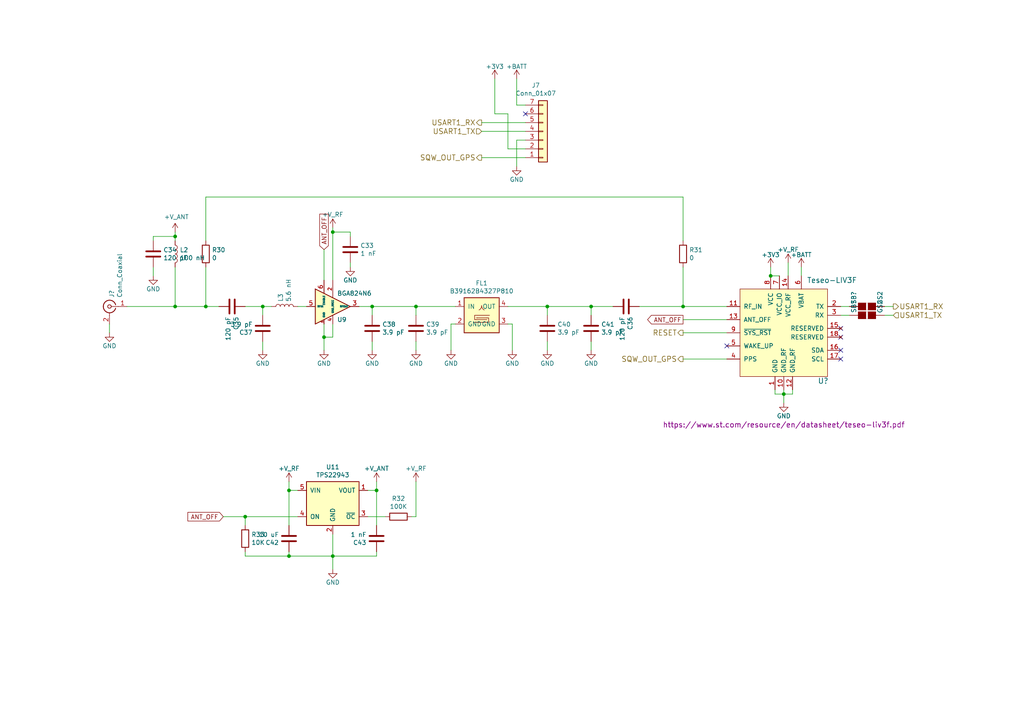
<source format=kicad_sch>
(kicad_sch (version 20231120) (generator "eeschema") (generator_version "8.0")
  (paper "A4")
  (lib_symbols
    (symbol "Connector:Conn_Coaxial" (pin_names (offset 1.016) hide)
      (property "Reference" "J" (at 0.254 3.048 0))
      (property "Value" "Conn_Coaxial" (at 2.921 0 90))
      (symbol "Conn_Coaxial_0_1"
        (arc (start -1.778 -0.508) (mid 0.2311 -1.8066) (end 1.778 0) (stroke (width 0.254)))
        (polyline (pts (xy -2.54 0) (xy -0.508 0)))
        (polyline (pts (xy 0 -2.54) (xy 0 -1.778)))
        (circle (center 0 0) (radius 0.508) (stroke (width 0.2032)))
        (arc (start 1.778 0) (mid 0.2099 1.8101) (end -1.778 0.508) (stroke (width 0.254)))
      )
      (symbol "Conn_Coaxial_1_1"
        (pin passive line (at -5.08 0 0) (length 2.54) (name "In") (number "1"))
        (pin passive line (at 0 -5.08 90) (length 2.54) (name "Ext") (number "2"))
      )
    )
    (symbol "Connector_Generic:Conn_01x07" (pin_names (offset 1.016) hide)
      (property "Reference" "J" (at 0 10.16 0))
      (property "Value" "Conn_01x07" (at 0 -10.16 0))
      (symbol "Conn_01x07_1_1"
        (rectangle (start -1.27 -7.493) (end 0 -7.747) (stroke (width 0.1524)))
        (rectangle (start -1.27 -4.953) (end 0 -5.207) (stroke (width 0.1524)))
        (rectangle (start -1.27 -2.413) (end 0 -2.667) (stroke (width 0.1524)))
        (rectangle (start -1.27 0.127) (end 0 -0.127) (stroke (width 0.1524)))
        (rectangle (start -1.27 2.667) (end 0 2.413) (stroke (width 0.1524)))
        (rectangle (start -1.27 5.207) (end 0 4.953) (stroke (width 0.1524)))
        (rectangle (start -1.27 7.747) (end 0 7.493) (stroke (width 0.1524)))
        (rectangle (start -1.27 8.89) (end 1.27 -8.89) (stroke (width 0.254)) (fill (type background)))
        (pin passive line (at -5.08 7.62 0) (length 3.81) (name "Pin_1") (number "1"))
        (pin passive line (at -5.08 5.08 0) (length 3.81) (name "Pin_2") (number "2"))
        (pin passive line (at -5.08 2.54 0) (length 3.81) (name "Pin_3") (number "3"))
        (pin passive line (at -5.08 0 0) (length 3.81) (name "Pin_4") (number "4"))
        (pin passive line (at -5.08 -2.54 0) (length 3.81) (name "Pin_5") (number "5"))
        (pin passive line (at -5.08 -5.08 0) (length 3.81) (name "Pin_6") (number "6"))
        (pin passive line (at -5.08 -7.62 0) (length 3.81) (name "Pin_7") (number "7"))
      )
    )
    (symbol "Device:C" (pin_numbers hide) (pin_names (offset 0.254))
      (property "Reference" "C" (at 0.635 2.54 0))
      (property "Value" "C" (at 0.635 -2.54 0))
      (symbol "C_0_1"
        (polyline (pts (xy -2.032 -0.762) (xy 2.032 -0.762)) (stroke (width 0.508)))
        (polyline (pts (xy -2.032 0.762) (xy 2.032 0.762)) (stroke (width 0.508)))
      )
      (symbol "C_1_1"
        (pin passive line (at 0 3.81 270) (length 2.794) (name "~") (number "1"))
        (pin passive line (at 0 -3.81 90) (length 2.794) (name "~") (number "2"))
      )
    )
    (symbol "Device:L" (pin_numbers hide) (pin_names (offset 1.016) hide)
      (property "Reference" "L" (at -1.27 0 90))
      (property "Value" "L" (at 1.905 0 90))
      (symbol "L_0_1"
        (arc (start 0 -2.54) (mid 0.6323 -1.905) (end 0 -1.27))
        (arc (start 0 -1.27) (mid 0.6323 -0.635) (end 0 0))
        (arc (start 0 0) (mid 0.6323 0.635) (end 0 1.27))
        (arc (start 0 1.27) (mid 0.6323 1.905) (end 0 2.54))
      )
      (symbol "L_1_1"
        (pin passive line (at 0 3.81 270) (length 1.27) (name "1") (number "1"))
        (pin passive line (at 0 -3.81 90) (length 1.27) (name "2") (number "2"))
      )
    )
    (symbol "Device:R" (pin_numbers hide) (pin_names (offset 0))
      (property "Reference" "R" (at 2.032 0 90))
      (property "Value" "R" (at 0 0 90))
      (symbol "R_0_1"
        (rectangle (start -1.016 -2.54) (end 1.016 2.54) (stroke (width 0.254)))
      )
      (symbol "R_1_1"
        (pin passive line (at 0 3.81 270) (length 1.27) (name "~") (number "1"))
        (pin passive line (at 0 -3.81 90) (length 1.27) (name "~") (number "2"))
      )
    )
    (symbol "TubeClock-rescue:+3.3V-power" (power) (pin_names (offset 0))
      (property "Value" "power_+3.3V" (at 0 3.556 0))
      (symbol "+3.3V-power_0_1"
        (polyline (pts (xy -0.762 1.27) (xy 0 2.54)))
        (polyline (pts (xy 0 0) (xy 0 2.54)))
        (polyline (pts (xy 0 2.54) (xy 0.762 1.27)))
      )
      (symbol "+3.3V-power_1_1"
        (pin power_in line (at 0 0 90) (length 0) hide (name "+3V3") (number "1"))
      )
    )
    (symbol "TubeClock-rescue:+BATT-power" (power) (pin_names (offset 0))
      (property "Value" "power_+BATT" (at 0 3.556 0))
      (symbol "+BATT-power_0_1"
        (polyline (pts (xy -0.762 1.27) (xy 0 2.54)))
        (polyline (pts (xy 0 0) (xy 0 2.54)))
        (polyline (pts (xy 0 2.54) (xy 0.762 1.27)))
      )
      (symbol "+BATT-power_1_1"
        (pin power_in line (at 0 0 90) (length 0) hide (name "+BATT") (number "1"))
      )
    )
    (symbol "TubeClock-rescue:+V_ANT-TubeClock" (power) (pin_names (offset 0))
      (property "Value" "TubeClock_+V_ANT" (at 0 3.556 0))
      (symbol "+V_ANT-TubeClock_0_1"
        (polyline (pts (xy -0.762 1.27) (xy 0 2.54)))
        (polyline (pts (xy 0 0) (xy 0 2.54)))
        (polyline (pts (xy 0 2.54) (xy 0.762 1.27)))
      )
      (symbol "+V_ANT-TubeClock_1_1"
        (pin power_in line (at 0 0 90) (length 0) hide (name "+V_ANT") (number "1"))
      )
    )
    (symbol "TubeClock-rescue:+V_RF-TubeClock" (power) (pin_names (offset 0))
      (property "Value" "TubeClock_+V_RF" (at 0 3.556 0))
      (symbol "+V_RF-TubeClock_0_1"
        (polyline (pts (xy -0.762 1.27) (xy 0 2.54)))
        (polyline (pts (xy 0 0) (xy 0 2.54)))
        (polyline (pts (xy 0 2.54) (xy 0.762 1.27)))
      )
      (symbol "+V_RF-TubeClock_1_1"
        (pin power_in line (at 0 0 90) (length 0) hide (name "+V_RF") (number "1"))
      )
    )
    (symbol "TubeClock-rescue:B39162B4327P810-TubeClock" (pin_names (offset 1.016))
      (property "Reference" "FL" (at 2.54 -6.35 0))
      (property "Value" "TubeClock_B39162B4327P810" (at 0 6.35 0))
      (symbol "B39162B4327P810-TubeClock_0_1"
        (rectangle (start -5.08 5.08) (end 5.08 -5.08) (stroke (width 0.254)) (fill (type background)))
        (arc (start -0.762 1.524) (mid -0.1988 2.0511) (end 0 2.794))
        (polyline (pts (xy -1.524 -0.762) (xy -1.27 -0.762)))
        (polyline (pts (xy 1.524 -1.27) (xy -1.524 -1.27)))
        (polyline (pts (xy 1.524 -0.762) (xy -1.27 -0.762)))
        (polyline (pts (xy -1.524 -1.27) (xy -2.032 -1.27) (xy -2.032 0) (xy 2.286 0)))
        (polyline (pts (xy 1.524 -0.762) (xy 2.032 -0.762) (xy 2.032 -2.032) (xy -2.286 -2.032)))
        (arc (start 0 2.794) (mid 0.2065 2.0558) (end 0.762 1.524))
      )
      (symbol "B39162B4327P810-TubeClock_1_1"
        (pin passive line (at -7.62 2.54 0) (length 2.54) (name "IN") (number "1"))
        (pin passive line (at -7.62 -2.54 0) (length 2.54) (name "GND") (number "2"))
        (pin passive line (at 7.62 -2.54 180) (length 2.54) (name "GND") (number "3"))
        (pin passive line (at 7.62 2.54 180) (length 2.54) (name "OUT") (number "4"))
        (pin passive line (at -7.62 -2.54 0) (length 2.54) hide (name "GND") (number "5"))
      )
    )
    (symbol "TubeClock-rescue:BGA824N6-TubeClock"
      (property "Reference" "U" (at 6.35 2.54 0))
      (property "Value" "TubeClock_BGA824N6" (at 10.16 -2.54 0))
      (symbol "BGA824N6-TubeClock_0_1"
        (polyline (pts (xy -2.54 5.08) (xy -2.54 -2.54) (xy -2.54 -5.08) (xy 7.62 0) (xy -2.54 5.08)) (stroke (width 0.254)) (fill (type background)))
      )
      (symbol "BGA824N6-TubeClock_1_1"
        (pin power_in line (at 0 -5.08 90) (length 1.27) (name "GND") (number "1"))
        (pin power_in line (at 2.54 7.62 270) (length 5.08) (name "VCC") (number "2"))
        (pin output line (at 10.16 0 180) (length 2.54) (name "RFOUT") (number "3"))
        (pin power_in line (at 2.54 -5.08 90) (length 2.54) (name "GND_RF") (number "4"))
        (pin input line (at -5.08 0 0) (length 2.54) (name "RFIN") (number "5"))
        (pin input line (at 0 7.62 270) (length 3.81) (name "ENABLE") (number "6"))
      )
    )
    (symbol "TubeClock-rescue:GND-power" (power) (pin_names (offset 0))
      (property "Value" "power_GND" (at 0 -3.81 0))
      (symbol "GND-power_0_1"
        (polyline (pts (xy 0 0) (xy 0 -1.27) (xy 1.27 -1.27) (xy 0 -2.54) (xy -1.27 -1.27) (xy 0 -1.27)))
      )
      (symbol "GND-power_1_1"
        (pin power_in line (at 0 0 270) (length 0) hide (name "GND") (number "1"))
      )
    )
    (symbol "TubeClock-rescue:GS2-win" (pin_numbers hide) (pin_names (offset 1.016) hide)
      (property "Reference" "GS" (at 2.54 3.81 0))
      (property "Value" "win_GS2" (at 2.54 -3.7846 0))
      (symbol "GS2-win_0_1"
        (polyline (pts (xy -1.016 -0.254) (xy -1.016 -2.54) (xy 1.016 -2.54) (xy 1.016 -0.254)) (fill (type outline)))
        (polyline (pts (xy -1.016 0.254) (xy -1.016 2.54) (xy 1.016 2.54) (xy 1.016 0.254)) (fill (type outline)))
      )
      (symbol "GS2-win_1_1"
        (pin passive line (at 0 5.08 270) (length 2.54) (name "G1") (number "1"))
        (pin passive line (at 0 -5.08 90) (length 2.54) (name "G2") (number "2"))
      )
    )
    (symbol "TubeClock-rescue:TPS22943-TubeClock" (pin_names (offset 1.016))
      (property "Reference" "U" (at -7.62 8.89 0))
      (property "Value" "TubeClock_TPS22943" (at 7.62 8.89 0))
      (symbol "TPS22943-TubeClock_0_1"
        (rectangle (start -7.62 7.62) (end 7.62 -5.08) (stroke (width 0.254)) (fill (type background)))
      )
      (symbol "TPS22943-TubeClock_1_1"
        (pin power_out line (at 10.16 5.08 180) (length 2.54) (name "VOUT") (number "1"))
        (pin power_in line (at 0 -7.62 90) (length 2.54) (name "GND") (number "2"))
        (pin output line (at 10.16 -2.54 180) (length 2.54) (name "~{OC}") (number "3"))
        (pin input line (at -10.16 -2.54 0) (length 2.54) (name "ON") (number "4"))
        (pin power_in line (at -10.16 5.08 0) (length 2.54) (name "VIN") (number "5"))
      )
    )
    (symbol "TubeClock-rescue:Teseo-LIV3F-TubeClock" (pin_names (offset 1.016))
      (property "Reference" "U" (at -11.684 -14.224 0))
      (property "Value" "TubeClock_Teseo-LIV3F" (at 12.7 14.097 0))
      (symbol "Teseo-LIV3F-TubeClock_0_1"
        (rectangle (start -12.7 12.7) (end 12.7 -12.7) (fill (type background)))
      )
      (symbol "Teseo-LIV3F-TubeClock_1_1"
        (pin power_in line (at -2.54 -16.51 90) (length 3.81) (name "GND") (number "1"))
        (pin power_in line (at 0 -16.51 90) (length 3.81) (name "GND_RF") (number "10"))
        (pin input line (at -16.51 7.62 0) (length 3.81) (name "RF_IN") (number "11"))
        (pin power_in line (at 2.54 -16.51 90) (length 3.81) (name "GND_RF") (number "12"))
        (pin output line (at -16.51 3.81 0) (length 3.81) (name "ANT_OFF") (number "13"))
        (pin power_in line (at 1.27 16.51 270) (length 3.81) (name "VCC_RF") (number "14"))
        (pin no_connect line (at 16.51 1.27 180) (length 3.81) (name "RESERVED") (number "15"))
        (pin bidirectional line (at 16.51 -5.08 180) (length 3.81) (name "SDA") (number "16"))
        (pin bidirectional line (at 16.51 -7.62 180) (length 3.81) (name "SCL") (number "17"))
        (pin no_connect line (at 16.51 -1.27 180) (length 3.81) (name "RESERVED") (number "18"))
        (pin output line (at 16.51 7.62 180) (length 3.81) (name "TX") (number "2"))
        (pin input line (at 16.51 5.08 180) (length 3.81) (name "RX") (number "3"))
        (pin output line (at -16.51 -7.62 0) (length 3.81) (name "PPS") (number "4"))
        (pin input line (at -16.51 -3.81 0) (length 3.81) (name "WAKE_UP") (number "5"))
        (pin power_in line (at 5.08 16.51 270) (length 3.81) (name "VBAT") (number "6"))
        (pin power_in line (at -1.27 16.51 270) (length 3.81) (name "VCC_IO") (number "7"))
        (pin power_in line (at -3.81 16.51 270) (length 3.81) (name "VCC") (number "8"))
        (pin input line (at -16.51 0 0) (length 3.81) (name "~{SYS_RST}") (number "9"))
      )
    )
  )
  (junction (at 76.2 88.9))
  (junction (at 198.12 88.9))
  (junction (at 158.75 88.9))
  (junction (at 96.52 161.29))
  (junction (at 59.69 88.9))
  (junction (at 96.52 67.31))
  (junction (at 83.82 142.24))
  (junction (at 83.82 161.29))
  (junction (at 107.95 88.9))
  (junction (at 120.65 88.9))
  (junction (at 109.22 142.24))
  (junction (at 93.98 97.79))
  (junction (at 50.8 88.9))
  (junction (at 223.52 80.01))
  (junction (at 171.45 88.9))
  (junction (at 71.12 149.86))
  (junction (at 227.33 114.3))
  (junction (at 50.8 68.58))
  (no_connect (at 243.84 95.25))
  (no_connect (at 210.82 100.33))
  (no_connect (at 243.84 104.14))
  (no_connect (at 243.84 101.6))
  (no_connect (at 152.4 33.02))
  (no_connect (at 243.84 97.79))
  (wire (pts (xy 224.79 113.03) (xy 224.79 114.3)))
  (wire (pts (xy 86.36 88.9) (xy 88.9 88.9)))
  (wire (pts (xy 130.81 93.98) (xy 132.08 93.98)))
  (wire (pts (xy 228.6 76.2) (xy 228.6 80.01)))
  (wire (pts (xy 148.59 101.6) (xy 148.59 93.98)))
  (wire (pts (xy 232.41 80.01) (xy 232.41 77.47)))
  (wire (pts (xy 227.33 114.3) (xy 227.33 116.84)))
  (wire (pts (xy 147.32 43.18) (xy 147.32 33.02)))
  (wire (pts (xy 59.69 57.15) (xy 198.12 57.15)))
  (wire (pts (xy 71.12 88.9) (xy 76.2 88.9)))
  (wire (pts (xy 93.98 72.39) (xy 93.98 81.28)))
  (wire (pts (xy 198.12 57.15) (xy 198.12 69.85)))
  (wire (pts (xy 130.81 101.6) (xy 130.81 93.98)))
  (wire (pts (xy 44.45 68.58) (xy 50.8 68.58)))
  (wire (pts (xy 223.52 77.47) (xy 223.52 80.01)))
  (wire (pts (xy 101.6 68.58) (xy 101.6 67.31)))
  (wire (pts (xy 198.12 92.71) (xy 210.82 92.71)))
  (wire (pts (xy 171.45 91.44) (xy 171.45 88.9)))
  (wire (pts (xy 147.32 88.9) (xy 158.75 88.9)))
  (wire (pts (xy 109.22 161.29) (xy 109.22 160.02)))
  (wire (pts (xy 171.45 101.6) (xy 171.45 99.06)))
  (wire (pts (xy 36.83 88.9) (xy 50.8 88.9)))
  (wire (pts (xy 50.8 88.9) (xy 50.8 77.47)))
  (wire (pts (xy 31.75 93.98) (xy 31.75 96.52)))
  (wire (pts (xy 229.87 113.03) (xy 229.87 114.3)))
  (wire (pts (xy 59.69 57.15) (xy 59.69 69.85)))
  (wire (pts (xy 101.6 67.31) (xy 96.52 67.31)))
  (wire (pts (xy 96.52 161.29) (xy 109.22 161.29)))
  (wire (pts (xy 256.54 88.9) (xy 259.08 88.9)))
  (wire (pts (xy 76.2 88.9) (xy 78.74 88.9)))
  (wire (pts (xy 120.65 91.44) (xy 120.65 88.9)))
  (wire (pts (xy 210.82 88.9) (xy 198.12 88.9)))
  (wire (pts (xy 71.12 161.29) (xy 83.82 161.29)))
  (wire (pts (xy 152.4 45.72) (xy 139.7 45.72)))
  (wire (pts (xy 223.52 80.01) (xy 226.06 80.01)))
  (wire (pts (xy 96.52 66.04) (xy 96.52 67.31)))
  (wire (pts (xy 83.82 139.7) (xy 83.82 142.24)))
  (wire (pts (xy 243.84 91.44) (xy 246.38 91.44)))
  (wire (pts (xy 227.33 114.3) (xy 229.87 114.3)))
  (wire (pts (xy 198.12 104.14) (xy 210.82 104.14)))
  (wire (pts (xy 198.12 88.9) (xy 185.42 88.9)))
  (wire (pts (xy 50.8 69.85) (xy 50.8 68.58)))
  (wire (pts (xy 44.45 80.01) (xy 44.45 77.47)))
  (wire (pts (xy 50.8 88.9) (xy 59.69 88.9)))
  (wire (pts (xy 120.65 139.7) (xy 120.65 149.86)))
  (wire (pts (xy 152.4 30.48) (xy 149.86 30.48)))
  (wire (pts (xy 227.33 113.03) (xy 227.33 114.3)))
  (wire (pts (xy 198.12 96.52) (xy 210.82 96.52)))
  (wire (pts (xy 149.86 30.48) (xy 149.86 22.86)))
  (wire (pts (xy 83.82 160.02) (xy 83.82 161.29)))
  (wire (pts (xy 243.84 88.9) (xy 246.38 88.9)))
  (wire (pts (xy 96.52 97.79) (xy 93.98 97.79)))
  (wire (pts (xy 147.32 33.02) (xy 143.51 33.02)))
  (wire (pts (xy 76.2 91.44) (xy 76.2 88.9)))
  (wire (pts (xy 101.6 76.2) (xy 101.6 77.47)))
  (wire (pts (xy 120.65 88.9) (xy 107.95 88.9)))
  (wire (pts (xy 83.82 142.24) (xy 83.82 152.4)))
  (wire (pts (xy 107.95 88.9) (xy 107.95 91.44)))
  (wire (pts (xy 149.86 40.64) (xy 149.86 48.26)))
  (wire (pts (xy 83.82 161.29) (xy 96.52 161.29)))
  (wire (pts (xy 96.52 154.94) (xy 96.52 161.29)))
  (wire (pts (xy 120.65 149.86) (xy 119.38 149.86)))
  (wire (pts (xy 143.51 33.02) (xy 143.51 22.86)))
  (wire (pts (xy 152.4 38.1) (xy 139.7 38.1)))
  (wire (pts (xy 93.98 93.98) (xy 93.98 97.79)))
  (wire (pts (xy 106.68 142.24) (xy 109.22 142.24)))
  (wire (pts (xy 96.52 67.31) (xy 96.52 81.28)))
  (wire (pts (xy 148.59 93.98) (xy 147.32 93.98)))
  (wire (pts (xy 71.12 152.4) (xy 71.12 149.86)))
  (wire (pts (xy 120.65 99.06) (xy 120.65 101.6)))
  (wire (pts (xy 44.45 69.85) (xy 44.45 68.58)))
  (wire (pts (xy 59.69 88.9) (xy 63.5 88.9)))
  (wire (pts (xy 152.4 40.64) (xy 149.86 40.64)))
  (wire (pts (xy 224.79 114.3) (xy 227.33 114.3)))
  (wire (pts (xy 96.52 93.98) (xy 96.52 97.79)))
  (wire (pts (xy 50.8 68.58) (xy 50.8 67.31)))
  (wire (pts (xy 259.08 91.44) (xy 256.54 91.44)))
  (wire (pts (xy 93.98 97.79) (xy 93.98 101.6)))
  (wire (pts (xy 109.22 142.24) (xy 109.22 139.7)))
  (wire (pts (xy 104.14 88.9) (xy 107.95 88.9)))
  (wire (pts (xy 59.69 77.47) (xy 59.69 88.9)))
  (wire (pts (xy 71.12 160.02) (xy 71.12 161.29)))
  (wire (pts (xy 132.08 88.9) (xy 120.65 88.9)))
  (wire (pts (xy 152.4 43.18) (xy 147.32 43.18)))
  (wire (pts (xy 158.75 88.9) (xy 171.45 88.9)))
  (wire (pts (xy 198.12 77.47) (xy 198.12 88.9)))
  (wire (pts (xy 109.22 142.24) (xy 109.22 152.4)))
  (wire (pts (xy 86.36 142.24) (xy 83.82 142.24)))
  (wire (pts (xy 158.75 88.9) (xy 158.75 91.44)))
  (wire (pts (xy 71.12 149.86) (xy 86.36 149.86)))
  (wire (pts (xy 76.2 99.06) (xy 76.2 101.6)))
  (wire (pts (xy 158.75 99.06) (xy 158.75 101.6)))
  (wire (pts (xy 171.45 88.9) (xy 177.8 88.9)))
  (wire (pts (xy 106.68 149.86) (xy 111.76 149.86)))
  (wire (pts (xy 64.77 149.86) (xy 71.12 149.86)))
  (wire (pts (xy 139.7 35.56) (xy 152.4 35.56)))
  (wire (pts (xy 96.52 161.29) (xy 96.52 165.1)))
  (wire (pts (xy 107.95 99.06) (xy 107.95 101.6)))
  (global_label "ANT_OFF" (shape output) (at 198.12 92.71 180) (property "Intersheetrefs" "${INTERSHEET_REFS}" (effects (hide yes))))
  (global_label "ANT_OFF" (shape input) (at 93.98 72.39 90) (property "Intersheetrefs" "${INTERSHEET_REFS}" (effects (hide yes))))
  (global_label "ANT_OFF" (shape input) (at 64.77 149.86 180) (property "Intersheetrefs" "${INTERSHEET_REFS}" (effects (hide yes))))
  (hierarchical_label "USART1_TX" (shape input) (at 259.08 91.44 0) (effects (font (size 1.524 1.524))))
  (hierarchical_label "USART1_TX" (shape input) (at 139.7 38.1 180) (effects (font (size 1.524 1.524))))
  (hierarchical_label "SQW_OUT_GPS" (shape output) (at 139.7 45.72 180) (effects (font (size 1.524 1.524))))
  (hierarchical_label "RESET" (shape output) (at 198.12 96.52 180) (effects (font (size 1.524 1.524))))
  (hierarchical_label "SQW_OUT_GPS" (shape output) (at 198.12 104.14 180) (effects (font (size 1.524 1.524))))
  (hierarchical_label "USART1_RX" (shape output) (at 259.08 88.9 0) (effects (font (size 1.524 1.524))))
  (hierarchical_label "USART1_RX" (shape output) (at 139.7 35.56 180) (effects (font (size 1.524 1.524))))
  (symbol (lib_id "Connector_Generic:Conn_01x07") (at 157.48 38.1 0) (mirror x) (unit 1)
    (property "Reference" "J7" (at 155.3972 24.765 0))
    (property "Value" "Conn_01x07" (at 155.3972 27.0764 0))
    (property "Footprint" "Connector_PinSocket_2.54mm:PinSocket_1x07_P2.54mm_Vertical" (effects (hide yes)))
  )
  (symbol (lib_id "TubeClock-rescue:Teseo-LIV3F-TubeClock") (at 227.33 96.52 0) (unit 1)
    (property "Reference" "U10" (at 238.76 110.49 0) (effects (font (size 1.524 1.524))))
    (property "Value" "Teseo-LIV3F" (at 241.3 81.28 0) (effects (font (size 1.524 1.524))))
    (property "Footprint" "TubeClock:LCC-18" (effects (hide yes)))
    (property "Datasheet" "https://www.st.com/resource/en/datasheet/teseo-liv3f.pdf" (at 227.33 123.19 0) (effects (font (size 1.524 1.524))))
    (property "Manufacturer" "ST" (effects (hide yes)))
    (instances (project "" (path "" (reference "U?") (unit 1)) (path "" (reference "U10") (unit 1))))
  )
  (symbol (lib_id "TubeClock-rescue:+3.3V-power") (at 223.52 77.47 0) (unit 1)
    (property "Reference" "#PWR075" (effects (hide yes)))
    (property "Value" "+3V3" (at 223.52 73.914 0))
    (instances (project "" (path "" (reference "#PWR?") (unit 1)) (path "" (reference "#PWR075") (unit 1))))
  )
  (symbol (lib_id "TubeClock-rescue:+BATT-power") (at 232.41 77.47 0) (unit 1)
    (property "Reference" "#PWR076" (effects (hide yes)))
    (property "Value" "+BATT" (at 232.41 73.914 0))
    (instances (project "" (path "" (reference "#PWR?") (unit 1)) (path "" (reference "#PWR076") (unit 1))))
  )
  (symbol (lib_id "Connector:Conn_Coaxial") (at 31.75 88.9 0) (mirror y) (unit 1)
    (property "Reference" "J8" (at 32.4104 86.36 90) (effects (justify left)))
    (property "Value" "Conn_Coaxial" (at 34.7218 86.36 90) (effects (justify left)))
    (property "Footprint" "Connector_Coaxial:U.FL_Molex_MCRF_73412-0110_Vertical" (effects (hide yes)))
    (instances (project "" (path "" (reference "J?") (unit 1)) (path "" (reference "J8") (unit 1))))
  )
  (symbol (lib_id "TubeClock-rescue:GS2-win") (at 251.46 88.9 90) (unit 1)
    (property "Reference" "SB7" (at 247.65 86.36 0))
    (property "Value" "GS2" (at 255.2446 86.36 0))
    (property "Footprint" "Jumper:SolderJumper-2_P1.3mm_Open_Pad1.0x1.5mm" (effects (hide yes)))
    (instances (project "" (path "" (reference "SB?") (unit 1)) (path "" (reference "SB7") (unit 1))))
  )
  (symbol (lib_id "TubeClock-rescue:GS2-win") (at 251.46 91.44 90) (unit 1)
    (property "Reference" "SB8" (at 247.65 88.9 0))
    (property "Value" "GS2" (at 255.2446 88.9 0))
    (property "Footprint" "Jumper:SolderJumper-2_P1.3mm_Open_Pad1.0x1.5mm" (effects (hide yes)))
    (instances (project "" (path "" (reference "SB?") (unit 1)) (path "" (reference "SB8") (unit 1))))
  )
  (symbol (lib_id "TubeClock-rescue:GND-power") (at 227.33 116.84 0) (unit 1)
    (property "Reference" "#PWR087" (effects (hide yes)))
    (property "Value" "GND" (at 227.33 120.65 0))
    (instances (project "" (path "" (reference "#PWR?") (unit 1)) (path "" (reference "#PWR087") (unit 1))))
  )
  (symbol (lib_id "TubeClock-rescue:GND-power") (at 31.75 96.52 0) (unit 1)
    (property "Reference" "#PWR078" (effects (hide yes)))
    (property "Value" "GND" (at 31.75 100.33 0))
    (instances (project "" (path "" (reference "#PWR?") (unit 1)) (path "" (reference "#PWR078") (unit 1))))
  )
  (symbol (lib_id "Device:C") (at 44.45 73.66 0) (unit 1)
    (property "Reference" "C34" (at 47.371 72.4916 0) (effects (justify left)))
    (property "Value" "120 pF" (at 47.371 74.803 0) (effects (justify left)))
    (property "Footprint" "Capacitor_SMD:C_0402_1005Metric" (effects (hide yes)))
  )
  (symbol (lib_id "Device:C") (at 67.31 88.9 270) (unit 1)
    (property "Reference" "C35" (at 68.4784 91.821 0) (effects (justify left)))
    (property "Value" "120 pF" (at 66.167 91.821 0) (effects (justify left)))
    (property "Footprint" "Capacitor_SMD:C_0402_1005Metric" (effects (hide yes)))
  )
  (symbol (lib_id "Device:C") (at 107.95 95.25 0) (unit 1)
    (property "Reference" "C38" (at 110.871 94.0816 0) (effects (justify left)))
    (property "Value" "3.9 pF" (at 110.871 96.393 0) (effects (justify left)))
    (property "Footprint" "Capacitor_SMD:C_0402_1005Metric" (effects (hide yes)))
  )
  (symbol (lib_id "Device:L") (at 50.8 73.66 0) (unit 1)
    (property "Reference" "L2" (at 52.1462 72.4916 0) (effects (justify left)))
    (property "Value" "100 nH" (at 52.1462 74.803 0) (effects (justify left)))
    (property "Footprint" "Inductor_SMD:L_0402_1005Metric" (effects (hide yes)))
  )
  (symbol (lib_id "Device:L") (at 82.55 88.9 90) (unit 1)
    (property "Reference" "L3" (at 81.3816 87.5538 0) (effects (justify left)))
    (property "Value" "5.6 nH" (at 83.693 87.5538 0) (effects (justify left)))
    (property "Footprint" "Inductor_SMD:L_0402_1005Metric" (effects (hide yes)))
  )
  (symbol (lib_id "TubeClock-rescue:BGA824N6-TubeClock") (at 93.98 88.9 0) (unit 1)
    (property "Reference" "U9" (at 97.79 92.71 0) (effects (justify left)))
    (property "Value" "BGA824N6" (at 97.79 85.09 0) (effects (justify left)))
    (property "Footprint" "TubeClock:TSNP-6-2_1.2x0.8mm" (effects (hide yes)))
    (property "Datasheet" "https://www.infineon.com/dgdl/Infineon-BGA824N6-DS-v03_00-en.pdf?fileId=db3a30433f764301013f7b53cdd02721" (effects (hide yes)))
  )
  (symbol (lib_id "TubeClock-rescue:GND-power") (at 44.45 80.01 0) (unit 1)
    (property "Reference" "#PWR077" (effects (hide yes)))
    (property "Value" "GND" (at 44.45 83.82 0))
    (instances (project "" (path "" (reference "#PWR?") (unit 1)) (path "" (reference "#PWR077") (unit 1))))
  )
  (symbol (lib_id "TubeClock-rescue:+V_ANT-TubeClock") (at 50.8 67.31 0) (unit 1)
    (property "Reference" "#PWR072" (effects (hide yes)))
    (property "Value" "+V_ANT" (at 51.181 62.9158 0))
  )
  (symbol (lib_id "Device:C") (at 76.2 95.25 180) (unit 1)
    (property "Reference" "C37" (at 73.279 96.4184 0) (effects (justify left)))
    (property "Value" "3.9 pF" (at 73.279 94.107 0) (effects (justify left)))
    (property "Footprint" "Capacitor_SMD:C_0402_1005Metric" (effects (hide yes)))
  )
  (symbol (lib_id "Device:C") (at 120.65 95.25 0) (unit 1)
    (property "Reference" "C39" (at 123.571 94.0816 0) (effects (justify left)))
    (property "Value" "3.9 pF" (at 123.571 96.393 0) (effects (justify left)))
    (property "Footprint" "Capacitor_SMD:C_0402_1005Metric" (effects (hide yes)))
  )
  (symbol (lib_id "TubeClock-rescue:GND-power") (at 76.2 101.6 0) (unit 1)
    (property "Reference" "#PWR079" (effects (hide yes)))
    (property "Value" "GND" (at 76.2 105.41 0))
    (instances (project "" (path "" (reference "#PWR?") (unit 1)) (path "" (reference "#PWR079") (unit 1))))
  )
  (symbol (lib_id "TubeClock-rescue:GND-power") (at 93.98 101.6 0) (unit 1)
    (property "Reference" "#PWR080" (effects (hide yes)))
    (property "Value" "GND" (at 93.98 105.41 0))
    (instances (project "" (path "" (reference "#PWR?") (unit 1)) (path "" (reference "#PWR080") (unit 1))))
  )
  (symbol (lib_id "TubeClock-rescue:GND-power") (at 107.95 101.6 0) (unit 1)
    (property "Reference" "#PWR081" (effects (hide yes)))
    (property "Value" "GND" (at 107.95 105.41 0))
    (instances (project "" (path "" (reference "#PWR?") (unit 1)) (path "" (reference "#PWR081") (unit 1))))
  )
  (symbol (lib_id "TubeClock-rescue:GND-power") (at 120.65 101.6 0) (unit 1)
    (property "Reference" "#PWR082" (effects (hide yes)))
    (property "Value" "GND" (at 120.65 105.41 0))
    (instances (project "" (path "" (reference "#PWR?") (unit 1)) (path "" (reference "#PWR082") (unit 1))))
  )
  (symbol (lib_id "TubeClock-rescue:+V_RF-TubeClock") (at 228.6 76.2 0) (unit 1)
    (property "Reference" "#PWR073" (effects (hide yes)))
    (property "Value" "+V_RF" (at 228.6 72.39 0))
  )
  (symbol (lib_id "TubeClock-rescue:+V_RF-TubeClock") (at 96.52 66.04 0) (unit 1)
    (property "Reference" "#PWR071" (effects (hide yes)))
    (property "Value" "+V_RF" (at 96.52 62.23 0))
  )
  (symbol (lib_id "Device:C") (at 101.6 72.39 0) (unit 1)
    (property "Reference" "C33" (at 104.521 71.2216 0) (effects (justify left)))
    (property "Value" "1 nF" (at 104.521 73.533 0) (effects (justify left)))
    (property "Footprint" "Capacitor_SMD:C_0805_2012Metric" (effects (hide yes)))
  )
  (symbol (lib_id "TubeClock-rescue:GND-power") (at 101.6 77.47 0) (unit 1)
    (property "Reference" "#PWR074" (effects (hide yes)))
    (property "Value" "GND" (at 101.6 81.28 0))
    (instances (project "" (path "" (reference "#PWR?") (unit 1)) (path "" (reference "#PWR074") (unit 1))))
  )
  (symbol (lib_id "Device:C") (at 181.61 88.9 270) (unit 1)
    (property "Reference" "C36" (at 182.7784 91.821 0) (effects (justify left)))
    (property "Value" "120 pF" (at 180.467 91.821 0) (effects (justify left)))
    (property "Footprint" "Capacitor_SMD:C_0402_1005Metric" (effects (hide yes)))
  )
  (symbol (lib_id "Device:R") (at 59.69 73.66 0) (unit 1)
    (property "Reference" "R30" (at 61.468 72.4916 0) (effects (justify left)))
    (property "Value" "0" (at 61.468 74.803 0) (effects (justify left)))
    (property "Footprint" "Resistor_SMD:R_0402_1005Metric" (effects (hide yes)))
  )
  (symbol (lib_id "Device:R") (at 198.12 73.66 0) (unit 1)
    (property "Reference" "R31" (at 199.898 72.4916 0) (effects (justify left)))
    (property "Value" "0" (at 199.898 74.803 0) (effects (justify left)))
    (property "Footprint" "Resistor_SMD:R_0402_1005Metric" (effects (hide yes)))
  )
  (symbol (lib_id "TubeClock-rescue:B39162B4327P810-TubeClock") (at 139.7 91.44 0) (unit 1)
    (property "Reference" "FL1" (at 139.7 82.1182 0))
    (property "Value" "B39162B4327P810" (at 139.7 84.4296 0))
    (property "Footprint" "TubeClock:Filter_1411-5_1.4x1.1mm" (effects (hide yes)))
    (property "Datasheet" "https://en.rf360jv.com/inf/40/ds/ae/B4327.pdf" (effects (hide yes)))
  )
  (symbol (lib_id "TubeClock-rescue:GND-power") (at 130.81 101.6 0) (unit 1)
    (property "Reference" "#PWR083" (effects (hide yes)))
    (property "Value" "GND" (at 130.81 105.41 0))
    (instances (project "" (path "" (reference "#PWR?") (unit 1)) (path "" (reference "#PWR083") (unit 1))))
  )
  (symbol (lib_id "TubeClock-rescue:GND-power") (at 148.59 101.6 0) (unit 1)
    (property "Reference" "#PWR084" (effects (hide yes)))
    (property "Value" "GND" (at 148.59 105.41 0))
    (instances (project "" (path "" (reference "#PWR?") (unit 1)) (path "" (reference "#PWR084") (unit 1))))
  )
  (symbol (lib_id "Device:C") (at 158.75 95.25 0) (unit 1)
    (property "Reference" "C40" (at 161.671 94.0816 0) (effects (justify left)))
    (property "Value" "3.9 pF" (at 161.671 96.393 0) (effects (justify left)))
    (property "Footprint" "Capacitor_SMD:C_0402_1005Metric" (effects (hide yes)))
  )
  (symbol (lib_id "Device:C") (at 171.45 95.25 0) (unit 1)
    (property "Reference" "C41" (at 174.371 94.0816 0) (effects (justify left)))
    (property "Value" "3.9 pF" (at 174.371 96.393 0) (effects (justify left)))
    (property "Footprint" "Capacitor_SMD:C_0402_1005Metric" (effects (hide yes)))
  )
  (symbol (lib_id "TubeClock-rescue:GND-power") (at 158.75 101.6 0) (unit 1)
    (property "Reference" "#PWR085" (effects (hide yes)))
    (property "Value" "GND" (at 158.75 105.41 0))
    (instances (project "" (path "" (reference "#PWR?") (unit 1)) (path "" (reference "#PWR085") (unit 1))))
  )
  (symbol (lib_id "TubeClock-rescue:GND-power") (at 171.45 101.6 0) (unit 1)
    (property "Reference" "#PWR086" (effects (hide yes)))
    (property "Value" "GND" (at 171.45 105.41 0))
    (instances (project "" (path "" (reference "#PWR?") (unit 1)) (path "" (reference "#PWR086") (unit 1))))
  )
  (symbol (lib_id "TubeClock-rescue:TPS22943-TubeClock") (at 96.52 147.32 0) (unit 1)
    (property "Reference" "U11" (at 96.52 135.4582 0))
    (property "Value" "TPS22943" (at 96.52 137.7696 0))
    (property "Footprint" "Package_TO_SOT_SMD:SOT-353_SC-70-5" (effects (hide yes)))
    (property "Datasheet" "http://www.ti.com/lit/ds/symlink/tps22929d.pdf" (effects (hide yes)))
  )
  (symbol (lib_id "TubeClock-rescue:+V_RF-TubeClock") (at 83.82 139.7 0) (unit 1)
    (property "Reference" "#PWR088" (effects (hide yes)))
    (property "Value" "+V_RF" (at 83.82 135.89 0))
  )
  (symbol (lib_id "Device:C") (at 83.82 156.21 180) (unit 1)
    (property "Reference" "C42" (at 80.899 157.3784 0) (effects (justify left)))
    (property "Value" "10 uF" (at 80.899 155.067 0) (effects (justify left)))
    (property "Footprint" "Capacitor_SMD:C_0805_2012Metric" (effects (hide yes)))
  )
  (symbol (lib_id "TubeClock-rescue:+V_ANT-TubeClock") (at 109.22 139.7 0) (unit 1)
    (property "Reference" "#PWR089" (effects (hide yes)))
    (property "Value" "+V_ANT" (at 109.22 135.89 0))
  )
  (symbol (lib_id "Device:C") (at 109.22 156.21 180) (unit 1)
    (property "Reference" "C43" (at 106.299 157.3784 0) (effects (justify left)))
    (property "Value" "1 nF" (at 106.299 155.067 0) (effects (justify left)))
    (property "Footprint" "Capacitor_SMD:C_0805_2012Metric" (effects (hide yes)))
  )
  (symbol (lib_id "TubeClock-rescue:GND-power") (at 96.52 165.1 0) (unit 1)
    (property "Reference" "#PWR091" (effects (hide yes)))
    (property "Value" "GND" (at 96.52 168.91 0))
    (instances (project "" (path "" (reference "#PWR?") (unit 1)) (path "" (reference "#PWR091") (unit 1))))
  )
  (symbol (lib_id "Device:R") (at 71.12 156.21 0) (unit 1)
    (property "Reference" "R33" (at 72.898 155.0416 0) (effects (justify left)))
    (property "Value" "10K" (at 72.898 157.353 0) (effects (justify left)))
    (property "Footprint" "Resistor_SMD:R_0805_2012Metric" (effects (hide yes)))
  )
  (symbol (lib_id "Device:R") (at 115.57 149.86 270) (unit 1)
    (property "Reference" "R32" (at 115.57 144.6022 90))
    (property "Value" "100K" (at 115.57 146.9136 90))
    (property "Footprint" "Resistor_SMD:R_0805_2012Metric" (effects (hide yes)))
  )
  (symbol (lib_id "TubeClock-rescue:+V_RF-TubeClock") (at 120.65 139.7 0) (unit 1)
    (property "Reference" "#PWR090" (effects (hide yes)))
    (property "Value" "+V_RF" (at 120.65 135.89 0))
  )
  (symbol (lib_id "TubeClock-rescue:+3.3V-power") (at 143.51 22.86 0) (unit 1)
    (property "Reference" "#PWR068" (effects (hide yes)))
    (property "Value" "+3V3" (at 143.51 19.304 0))
    (instances (project "" (path "" (reference "#PWR?") (unit 1)) (path "" (reference "#PWR068") (unit 1))))
  )
  (symbol (lib_id "TubeClock-rescue:GND-power") (at 149.86 48.26 0) (unit 1)
    (property "Reference" "#PWR070" (effects (hide yes)))
    (property "Value" "GND" (at 149.86 52.07 0))
    (instances (project "" (path "" (reference "#PWR?") (unit 1)) (path "" (reference "#PWR070") (unit 1))))
  )
  (symbol (lib_id "TubeClock-rescue:+BATT-power") (at 149.86 22.86 0) (unit 1)
    (property "Reference" "#PWR069" (effects (hide yes)))
    (property "Value" "+BATT" (at 149.86 19.304 0))
    (instances (project "" (path "" (reference "#PWR?") (unit 1)) (path "" (reference "#PWR069") (unit 1))))
  )
)
</source>
